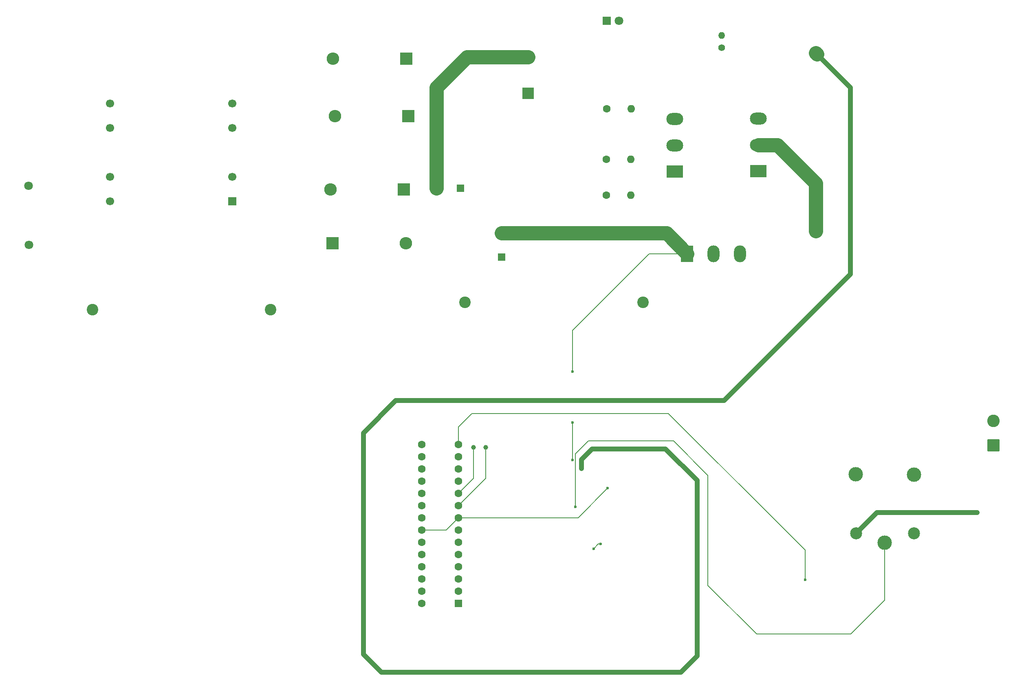
<source format=gbr>
%TF.GenerationSoftware,KiCad,Pcbnew,9.0.0*%
%TF.CreationDate,2026-02-12T20:53:49+05:30*%
%TF.ProjectId,pcb,7063622e-6b69-4636-9164-5f7063625858,rev?*%
%TF.SameCoordinates,Original*%
%TF.FileFunction,Copper,L2,Bot*%
%TF.FilePolarity,Positive*%
%FSLAX46Y46*%
G04 Gerber Fmt 4.6, Leading zero omitted, Abs format (unit mm)*
G04 Created by KiCad (PCBNEW 9.0.0) date 2026-02-12 20:53:49*
%MOMM*%
%LPD*%
G01*
G04 APERTURE LIST*
G04 Aperture macros list*
%AMRoundRect*
0 Rectangle with rounded corners*
0 $1 Rounding radius*
0 $2 $3 $4 $5 $6 $7 $8 $9 X,Y pos of 4 corners*
0 Add a 4 corners polygon primitive as box body*
4,1,4,$2,$3,$4,$5,$6,$7,$8,$9,$2,$3,0*
0 Add four circle primitives for the rounded corners*
1,1,$1+$1,$2,$3*
1,1,$1+$1,$4,$5*
1,1,$1+$1,$6,$7*
1,1,$1+$1,$8,$9*
0 Add four rect primitives between the rounded corners*
20,1,$1+$1,$2,$3,$4,$5,0*
20,1,$1+$1,$4,$5,$6,$7,0*
20,1,$1+$1,$6,$7,$8,$9,0*
20,1,$1+$1,$8,$9,$2,$3,0*%
G04 Aperture macros list end*
%TA.AperFunction,ComponentPad*%
%ADD10C,2.400000*%
%TD*%
%TA.AperFunction,ComponentPad*%
%ADD11R,2.400000X2.400000*%
%TD*%
%TA.AperFunction,ComponentPad*%
%ADD12R,3.500000X2.500000*%
%TD*%
%TA.AperFunction,ComponentPad*%
%ADD13O,3.500000X2.500000*%
%TD*%
%TA.AperFunction,ComponentPad*%
%ADD14C,1.600000*%
%TD*%
%TA.AperFunction,ComponentPad*%
%ADD15O,1.600000X1.600000*%
%TD*%
%TA.AperFunction,ComponentPad*%
%ADD16RoundRect,0.250000X0.550000X0.550000X-0.550000X0.550000X-0.550000X-0.550000X0.550000X-0.550000X0*%
%TD*%
%TA.AperFunction,ComponentPad*%
%ADD17R,1.700000X1.700000*%
%TD*%
%TA.AperFunction,ComponentPad*%
%ADD18C,1.700000*%
%TD*%
%TA.AperFunction,ComponentPad*%
%ADD19R,1.600000X1.600000*%
%TD*%
%TA.AperFunction,ComponentPad*%
%ADD20C,3.000000*%
%TD*%
%TA.AperFunction,ComponentPad*%
%ADD21C,2.500000*%
%TD*%
%TA.AperFunction,ComponentPad*%
%ADD22R,2.600000X2.600000*%
%TD*%
%TA.AperFunction,ComponentPad*%
%ADD23O,2.600000X2.600000*%
%TD*%
%TA.AperFunction,ComponentPad*%
%ADD24C,1.800000*%
%TD*%
%TA.AperFunction,ComponentPad*%
%ADD25RoundRect,0.250000X1.050000X-1.050000X1.050000X1.050000X-1.050000X1.050000X-1.050000X-1.050000X0*%
%TD*%
%TA.AperFunction,ComponentPad*%
%ADD26C,2.600000*%
%TD*%
%TA.AperFunction,ComponentPad*%
%ADD27C,1.400000*%
%TD*%
%TA.AperFunction,ComponentPad*%
%ADD28O,1.400000X1.400000*%
%TD*%
%TA.AperFunction,ComponentPad*%
%ADD29R,1.800000X1.800000*%
%TD*%
%TA.AperFunction,ComponentPad*%
%ADD30R,2.500000X3.500000*%
%TD*%
%TA.AperFunction,ComponentPad*%
%ADD31O,2.500000X3.500000*%
%TD*%
%TA.AperFunction,ComponentPad*%
%ADD32C,1.000000*%
%TD*%
%TA.AperFunction,ViaPad*%
%ADD33C,0.600000*%
%TD*%
%TA.AperFunction,Conductor*%
%ADD34C,3.000000*%
%TD*%
%TA.AperFunction,Conductor*%
%ADD35C,1.000000*%
%TD*%
%TA.AperFunction,Conductor*%
%ADD36C,0.200000*%
%TD*%
G04 APERTURE END LIST*
D10*
%TO.P,F2,1*%
%TO.N,Net-(Q2-C)*%
X210110000Y-68010000D03*
%TO.P,F2,2*%
%TO.N,/12V+*%
X210110000Y-31010000D03*
%TD*%
D11*
%TO.P,C1,1*%
%TO.N,Net-(D2-K)*%
X150300000Y-39340000D03*
D10*
%TO.P,C1,2*%
%TO.N,GND_POWER*%
X150300000Y-31840000D03*
%TD*%
D12*
%TO.P,Q4,1,B*%
%TO.N,Net-(Q2-B)*%
X198150000Y-55575000D03*
D13*
%TO.P,Q4,2,C*%
%TO.N,Net-(Q2-C)*%
X198150000Y-50100000D03*
%TO.P,Q4,3,E*%
%TO.N,Net-(Q4-E)*%
X198150000Y-44625000D03*
%TD*%
D14*
%TO.P,R2,1*%
%TO.N,Net-(D2-K)*%
X166595000Y-53060000D03*
D15*
%TO.P,R2,2*%
%TO.N,Net-(Q2-E)*%
X171675000Y-53060000D03*
%TD*%
D16*
%TO.P,U4,1,~{RESET}/PC6*%
%TO.N,Net-(U4-~{RESET}{slash}PC6)*%
X135782500Y-145395000D03*
D14*
%TO.P,U4,2,PD0*%
%TO.N,unconnected-(U4-PD0-Pad2)*%
X135782500Y-142855000D03*
%TO.P,U4,3,PD1*%
%TO.N,unconnected-(U4-PD1-Pad3)*%
X135782500Y-140315000D03*
%TO.P,U4,4,PD2*%
%TO.N,unconnected-(U4-PD2-Pad4)*%
X135782500Y-137775000D03*
%TO.P,U4,5,PD3*%
%TO.N,unconnected-(U4-PD3-Pad5)*%
X135782500Y-135235000D03*
%TO.P,U4,6,PD4*%
%TO.N,unconnected-(U4-PD4-Pad6)*%
X135782500Y-132695000D03*
%TO.P,U4,7,VCC*%
%TO.N,TP_5V*%
X135782500Y-130155000D03*
%TO.P,U4,8,GND*%
%TO.N,GND_LOGIC*%
X135782500Y-127615000D03*
%TO.P,U4,9,XTAL1/PB6*%
%TO.N,Net-(U4-XTAL1{slash}PB6)*%
X135782500Y-125075000D03*
%TO.P,U4,10,XTAL2/PB7*%
%TO.N,Net-(U4-XTAL2{slash}PB7)*%
X135782500Y-122535000D03*
%TO.P,U4,11,PD5*%
%TO.N,unconnected-(U4-PD5-Pad11)*%
X135782500Y-119995000D03*
%TO.P,U4,12,PD6*%
%TO.N,unconnected-(U4-PD6-Pad12)*%
X135782500Y-117455000D03*
%TO.P,U4,13,PD7*%
%TO.N,unconnected-(U4-PD7-Pad13)*%
X135782500Y-114915000D03*
%TO.P,U4,14,PB0*%
%TO.N,/RELAY_DATA*%
X135782500Y-112375000D03*
%TO.P,U4,15,PB1*%
%TO.N,unconnected-(U4-PB1-Pad15)*%
X128162500Y-112375000D03*
%TO.P,U4,16,PB2*%
%TO.N,unconnected-(U4-PB2-Pad16)*%
X128162500Y-114915000D03*
%TO.P,U4,17,PB3*%
%TO.N,unconnected-(U4-PB3-Pad17)*%
X128162500Y-117455000D03*
%TO.P,U4,18,PB4*%
%TO.N,unconnected-(U4-PB4-Pad18)*%
X128162500Y-119995000D03*
%TO.P,U4,19,PB5*%
%TO.N,unconnected-(U4-PB5-Pad19)*%
X128162500Y-122535000D03*
%TO.P,U4,20,AVCC*%
%TO.N,TP_5V*%
X128162500Y-125075000D03*
%TO.P,U4,21,AREF*%
%TO.N,Net-(U4-AREF)*%
X128162500Y-127615000D03*
%TO.P,U4,22,GND*%
%TO.N,GND_LOGIC*%
X128162500Y-130155000D03*
%TO.P,U4,23,PC0*%
%TO.N,unconnected-(U4-PC0-Pad23)*%
X128162500Y-132695000D03*
%TO.P,U4,24,PC1*%
%TO.N,unconnected-(U4-PC1-Pad24)*%
X128162500Y-135235000D03*
%TO.P,U4,25,PC2*%
%TO.N,unconnected-(U4-PC2-Pad25)*%
X128162500Y-137775000D03*
%TO.P,U4,26,PC3*%
%TO.N,unconnected-(U4-PC3-Pad26)*%
X128162500Y-140315000D03*
%TO.P,U4,27,PC4*%
%TO.N,TP_SDA*%
X128162500Y-142855000D03*
%TO.P,U4,28,PC5*%
%TO.N,TP_SCL*%
X128162500Y-145395000D03*
%TD*%
D17*
%TO.P,T1,1,AA*%
%TO.N,Net-(J2-Pin_1)*%
X88870000Y-61790000D03*
D18*
%TO.P,T1,3,SA*%
%TO.N,Net-(D2-A)*%
X88870000Y-56710000D03*
%TO.P,T1,4,SB*%
%TO.N,Net-(D1-K)*%
X88870000Y-46550000D03*
%TO.P,T1,6,AB*%
%TO.N,Net-(T1-AB)*%
X88870000Y-41470000D03*
%TO.P,T1,7*%
%TO.N,N/C*%
X63470000Y-61790000D03*
%TO.P,T1,9*%
X63470000Y-56710000D03*
%TO.P,T1,10*%
X63470000Y-46550000D03*
%TO.P,T1,12*%
X63470000Y-41470000D03*
%TD*%
D14*
%TO.P,R3,1*%
%TO.N,Net-(D2-K)*%
X166595000Y-60530000D03*
D15*
%TO.P,R3,2*%
%TO.N,Net-(Q2-B)*%
X171675000Y-60530000D03*
%TD*%
D10*
%TO.P,F3,1*%
%TO.N,Net-(T1-AB)*%
X96790000Y-84300000D03*
%TO.P,F3,2*%
%TO.N,Net-(J3-Pin_1)*%
X59790000Y-84300000D03*
%TD*%
D19*
%TO.P,C3,1*%
%TO.N,Net-(Q2-C)*%
X136222600Y-59120000D03*
D14*
%TO.P,C3,2*%
%TO.N,GND_POWER*%
X131222600Y-59120000D03*
%TD*%
D20*
%TO.P,K1,1*%
%TO.N,/LIN1*%
X224400000Y-132750000D03*
D21*
%TO.P,K1,2*%
%TO.N,Net-(D8-K)*%
X230450000Y-130800000D03*
D20*
%TO.P,K1,3*%
%TO.N,Net-(J1-Pin_2)*%
X230450000Y-118600000D03*
%TO.P,K1,4*%
%TO.N,unconnected-(K1-Pad4)*%
X218400000Y-118550000D03*
D21*
%TO.P,K1,5*%
%TO.N,TP_5V*%
X218450000Y-130800000D03*
%TD*%
D22*
%TO.P,D4,1,K*%
%TO.N,Net-(D2-A)*%
X124970000Y-32130000D03*
D23*
%TO.P,D4,2,A*%
%TO.N,GND_POWER*%
X109730000Y-32130000D03*
%TD*%
D24*
%TO.P,J3,1,Pin_1*%
%TO.N,Net-(J3-Pin_1)*%
X46570000Y-70840000D03*
%TD*%
%TO.P,J2,1,Pin_1*%
%TO.N,Net-(J2-Pin_1)*%
X46540000Y-58590000D03*
%TD*%
D22*
%TO.P,D2,1,K*%
%TO.N,Net-(D2-K)*%
X124450000Y-59330000D03*
D23*
%TO.P,D2,2,A*%
%TO.N,Net-(D2-A)*%
X109210000Y-59330000D03*
%TD*%
D14*
%TO.P,R1,1*%
%TO.N,Net-(D2-K)*%
X166605000Y-42550000D03*
D15*
%TO.P,R1,2*%
%TO.N,Net-(Q4-E)*%
X171685000Y-42550000D03*
%TD*%
D25*
%TO.P,J1,1,Pin_1*%
%TO.N,GND_POWER*%
X247030000Y-112520000D03*
D26*
%TO.P,J1,2,Pin_2*%
%TO.N,Net-(J1-Pin_2)*%
X247030000Y-107440000D03*
%TD*%
D27*
%TO.P,R7,1*%
%TO.N,Net-(Q2-C)*%
X190520000Y-29920000D03*
D28*
%TO.P,R7,2*%
%TO.N,Net-(D5-A)*%
X190520000Y-27380000D03*
%TD*%
D29*
%TO.P,D5,1,K*%
%TO.N,GND_POWER*%
X166600000Y-24280000D03*
D24*
%TO.P,D5,2,A*%
%TO.N,Net-(D5-A)*%
X169140000Y-24280000D03*
%TD*%
D19*
%TO.P,C2,1*%
%TO.N,Net-(Q2-B)*%
X144760000Y-73412380D03*
D14*
%TO.P,C2,2*%
%TO.N,GND_POWER*%
X144760000Y-68412380D03*
%TD*%
D22*
%TO.P,D3,1,K*%
%TO.N,Net-(D2-K)*%
X125420000Y-44080000D03*
D23*
%TO.P,D3,2,A*%
%TO.N,Net-(D1-K)*%
X110180000Y-44080000D03*
%TD*%
D22*
%TO.P,D1,1,K*%
%TO.N,Net-(D1-K)*%
X109650000Y-70540000D03*
D23*
%TO.P,D1,2,A*%
%TO.N,GND_POWER*%
X124890000Y-70540000D03*
%TD*%
D10*
%TO.P,F1,1*%
%TO.N,Net-(U1-VO)*%
X174190000Y-82800000D03*
%TO.P,F1,2*%
%TO.N,Net-(Q2-C)*%
X137190000Y-82800000D03*
%TD*%
D30*
%TO.P,U1,1,GND*%
%TO.N,GND_POWER*%
X183350000Y-72700000D03*
D31*
%TO.P,U1,2,VO*%
%TO.N,Net-(U1-VO)*%
X188825000Y-72700000D03*
%TO.P,U1,3,VI*%
%TO.N,Net-(Q2-B)*%
X194300000Y-72700000D03*
%TD*%
D12*
%TO.P,Q2,1,B*%
%TO.N,Net-(Q2-B)*%
X180780000Y-55655000D03*
D13*
%TO.P,Q2,2,C*%
%TO.N,Net-(Q2-C)*%
X180780000Y-50180000D03*
%TO.P,Q2,3,E*%
%TO.N,Net-(Q2-E)*%
X180780000Y-44705000D03*
%TD*%
D32*
%TO.P,Y1,1,1*%
%TO.N,Net-(U4-XTAL2{slash}PB7)*%
X138942500Y-112975000D03*
%TO.P,Y1,2,2*%
%TO.N,Net-(U4-XTAL1{slash}PB6)*%
X141482500Y-112975000D03*
%TD*%
D33*
%TO.N,TP_5V*%
X243580000Y-126500000D03*
%TO.N,GND_LOGIC*%
X166847500Y-121442500D03*
%TO.N,GND_POWER*%
X159510000Y-97180000D03*
X159510000Y-107780000D03*
X159510000Y-115560000D03*
%TO.N,/12V+*%
X161410000Y-117300000D03*
%TO.N,/LIN1*%
X160111000Y-125321000D03*
%TO.N,TP_SDA*%
X165345000Y-133025000D03*
X163910000Y-134000000D03*
%TO.N,/RELAY_DATA*%
X207860000Y-140460000D03*
%TD*%
D34*
%TO.N,Net-(Q2-C)*%
X198150000Y-50100000D02*
X202140000Y-50100000D01*
X210110000Y-58070000D02*
X210110000Y-68010000D01*
X202140000Y-50100000D02*
X210110000Y-58070000D01*
D35*
%TO.N,TP_5V*%
X222750000Y-126500000D02*
X243580000Y-126500000D01*
X218450000Y-130800000D02*
X222750000Y-126500000D01*
D36*
%TO.N,GND_LOGIC*%
X133242500Y-130155000D02*
X135782500Y-127615000D01*
X135782500Y-127615000D02*
X160675000Y-127615000D01*
X160675000Y-127615000D02*
X166847500Y-121442500D01*
X128162500Y-130155000D02*
X133242500Y-130155000D01*
%TO.N,Net-(U4-XTAL1{slash}PB6)*%
X141482500Y-112975000D02*
X141482500Y-119375000D01*
X141482500Y-119375000D02*
X135782500Y-125075000D01*
%TO.N,Net-(U4-XTAL2{slash}PB7)*%
X138942500Y-112975000D02*
X138942500Y-119375000D01*
X138942500Y-119375000D02*
X135782500Y-122535000D01*
D34*
%TO.N,GND_POWER*%
X179062380Y-68412380D02*
X183350000Y-72700000D01*
X137560000Y-31840000D02*
X150300000Y-31840000D01*
D36*
X159510000Y-115560000D02*
X159510000Y-107780000D01*
D34*
X131222600Y-38177400D02*
X137560000Y-31840000D01*
X131222600Y-59120000D02*
X131222600Y-38177400D01*
D36*
X159510000Y-88660000D02*
X175470000Y-72700000D01*
X159510000Y-97180000D02*
X159510000Y-88660000D01*
X175470000Y-72700000D02*
X183350000Y-72700000D01*
D34*
X144760000Y-68412380D02*
X179062380Y-68412380D01*
D35*
%TO.N,/12V+*%
X122810000Y-103230000D02*
X116090000Y-109950000D01*
X119780000Y-159650000D02*
X182010000Y-159650000D01*
X191050000Y-103230000D02*
X122810000Y-103230000D01*
X182010000Y-159650000D02*
X185410000Y-156250000D01*
X178870000Y-113270000D02*
X163610000Y-113270000D01*
X116090000Y-109950000D02*
X116090000Y-155960000D01*
X161410000Y-115470000D02*
X161410000Y-117300000D01*
X217300000Y-76980000D02*
X191050000Y-103230000D01*
X116090000Y-155960000D02*
X119780000Y-159650000D01*
X210110000Y-31010000D02*
X217300000Y-38200000D01*
X185410000Y-156250000D02*
X185410000Y-119810000D01*
X217300000Y-38200000D02*
X217300000Y-76980000D01*
X185410000Y-119810000D02*
X178870000Y-113270000D01*
X161410000Y-117300000D02*
X161410000Y-117350000D01*
X163610000Y-113270000D02*
X161410000Y-115470000D01*
D34*
X210110000Y-31010000D02*
X210350000Y-31250000D01*
D36*
%TO.N,/LIN1*%
X187680000Y-141600000D02*
X187680000Y-118750000D01*
X224400000Y-144690000D02*
X217390000Y-151700000D01*
X217390000Y-151700000D02*
X197780000Y-151700000D01*
X180520000Y-111590000D02*
X162830000Y-111590000D01*
X197780000Y-151700000D02*
X187680000Y-141600000D01*
X160111000Y-114309000D02*
X160111000Y-125321000D01*
X187680000Y-118750000D02*
X180520000Y-111590000D01*
X162830000Y-111590000D02*
X160111000Y-114309000D01*
X224400000Y-132750000D02*
X224400000Y-144690000D01*
%TO.N,TP_SDA*%
X165345000Y-133025000D02*
X164885000Y-133025000D01*
X164885000Y-133025000D02*
X163910000Y-134000000D01*
%TO.N,/RELAY_DATA*%
X207860000Y-134300000D02*
X207860000Y-140460000D01*
X203950000Y-130390000D02*
X207860000Y-134300000D01*
X138360000Y-106150000D02*
X138640000Y-105870000D01*
X135782500Y-108727500D02*
X138360000Y-106150000D01*
X138640000Y-105870000D02*
X177050000Y-105870000D01*
X179430000Y-105870000D02*
X203950000Y-130390000D01*
X135782500Y-112375000D02*
X135782500Y-108727500D01*
X177050000Y-105870000D02*
X179430000Y-105870000D01*
%TD*%
M02*

</source>
